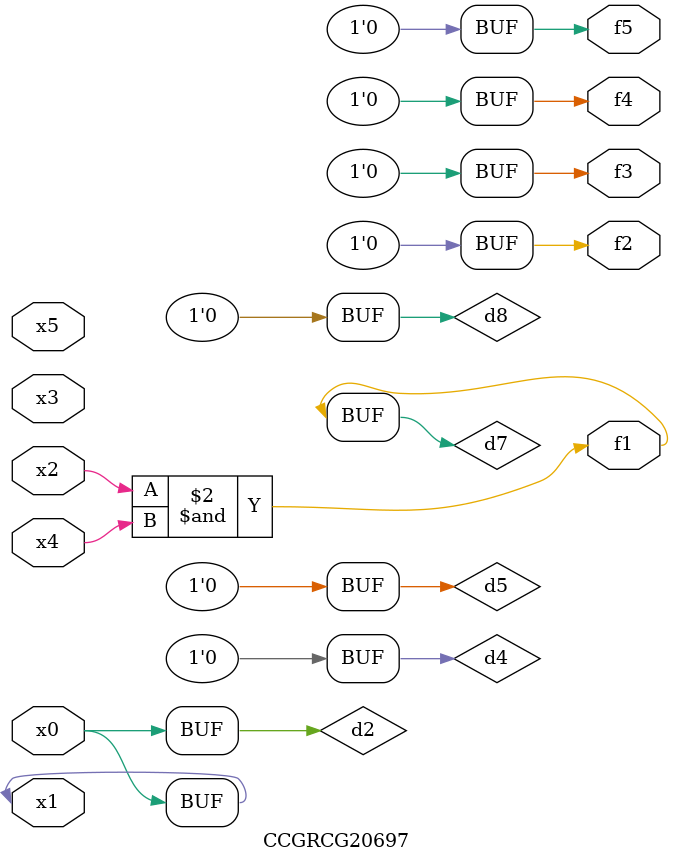
<source format=v>
module CCGRCG20697(
	input x0, x1, x2, x3, x4, x5,
	output f1, f2, f3, f4, f5
);

	wire d1, d2, d3, d4, d5, d6, d7, d8, d9;

	nand (d1, x1);
	buf (d2, x0, x1);
	nand (d3, x2, x4);
	and (d4, d1, d2);
	and (d5, d1, d2);
	nand (d6, d1, d3);
	not (d7, d3);
	xor (d8, d5);
	nor (d9, d5, d6);
	assign f1 = d7;
	assign f2 = d8;
	assign f3 = d8;
	assign f4 = d8;
	assign f5 = d8;
endmodule

</source>
